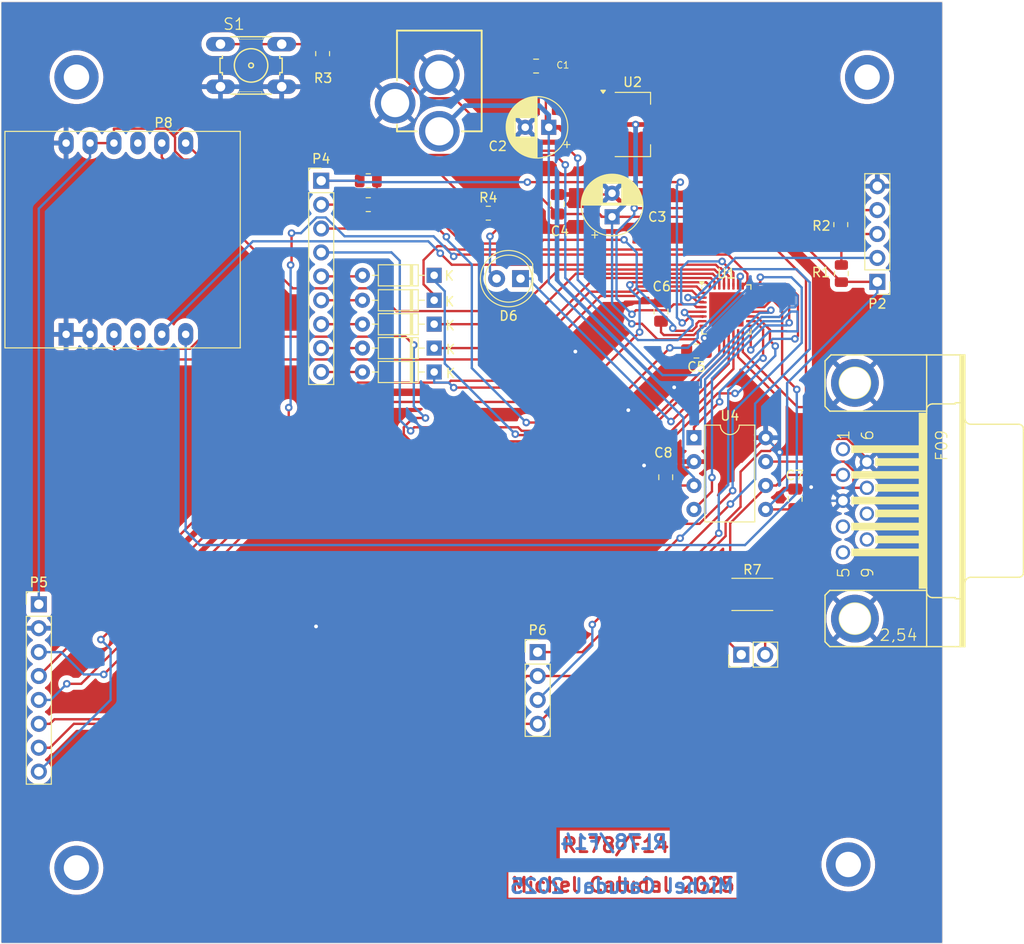
<source format=kicad_pcb>
(kicad_pcb (version 20240108) (generator "pcbnew") (generator_version "8.0")
  (title_block (date "2024-12-11"))
  (layers (0 "F.Cu" signal) (31 "B.Cu" signal) (34 "B.Paste" user) (35 "F.Paste" user) (36 "B.SilkS" user "B.Silkscreen") (37 "F.SilkS" user "F.Silkscreen") (38 "B.Mask" user) (39 "F.Mask" user) (44 "Edge.Cuts" user))
  (net 0 "")
  (net 1 "GND")
  (net 2 "+5V")
  (net 3 "Net-(U1-REGC)")
  (net 4 "+3.3V")
  (net 5 "Net-(D6-K)")
  (net 6 "Net-(D6-A)")
  (net 7 "Net-(JP1-A)")
  (net 8 "/Key3")
  (net 9 "/Key4")
  (net 10 "Net-(D2-A)")
  (net 11 "Net-(D1-K)")
  (net 12 "Net-(D1-A)")
  (net 13 "Net-(D2-K)")
  (net 14 "Net-(D3-A)")
  (net 15 "Net-(D3-K)")
  (net 16 "Net-(D4-K)")
  (net 17 "Net-(D4-A)")
  (net 18 "Net-(D5-K)")
  (net 19 "Net-(D5-A)")
  (net 20 "/Key2")
  (net 21 "Net-(P2-Pin_3)")
  (net 22 "Net-(P2-Pin_2)")
  (net 23 "Net-(P2-Pin_4)")
  (net 24 "/Key1")
  (net 25 "Net-(JP1-B)")
  (net 26 "/MOSI")
  (net 27 "/LCD_RESET")
  (net 28 "/SCK")
  (net 29 "/LCD_LED")
  (net 30 "/LCD_A0")
  (net 31 "/LCD_CS")
  (net 32 "/SD_CS")
  (net 33 "Net-(P6-MISO)")
  (net 34 "Net-(P8-INT)")
  (net 35 "Net-(P8-MISO)")
  (net 36 "Net-(P8-SLCK)")
  (net 38 "Net-(P8-CS)")
  (net 39 "Net-(P8-RESET)")
  (net 40 "Net-(P8-MOSI)")
  (net 41 "Net-(U1-P10{slash}TI13{slash}TO13{slash}TRJO0{slash}~{SCK10}{slash}SCL10{slash}CTXD0)")
  (net 44 "Net-(U1-P11{slash}TI12{slash}TO12{slash}SI10{slash}SDA10{slash}RXD1{slash}CRXD0)")
  (net 45 "Net-(U4-CANH)")
  (net 49 "Net-(S1-S)")
  (footprint "MountingHole:MountingHole_2.7mm_M2.5_DIN965_Pad" (layer "F.Cu") (at 78 73)
    (property "Reference" "H1" (hide yes))
    (property "Value" "MountingHole" (hide yes))
  )
  (footprint "MountingHole:MountingHole_2.7mm_M2.5_DIN965_Pad" (layer "F.Cu") (at 162 73)
    (property "Reference" "H2" (hide yes))
    (property "Value" "MountingHole" (hide yes))
  )
  (footprint "MountingHole:MountingHole_2.7mm_M2.5_DIN965_Pad" (layer "F.Cu") (at 78 157)
    (property "Reference" "H3" (hide yes))
    (property "Value" "MountingHole" (hide yes))
  )
  (footprint "MountingHole:MountingHole_2.7mm_M2.5_DIN965_Pad" (layer "F.Cu") (at 159.997 156.643)
    (property "Reference" "H4" (hide yes))
    (property "Value" "MountingHole" (hide yes))
  )
  (footprint "catu:POWER_JACK_PTH" (layer "F.Cu") (at 116.55 65.05 180)
    (property "Reference" "P1" (hide yes))
    (property "Value" "POWER_JACKPTH" (hide yes))
  )
  (footprint "Capacitor_SMD:C_0805_2012Metric_Pad1.18x1.45mm_HandSolder" (layer "F.Cu") (at 126.83 71.82 180)
    (property "Reference" "C1")
    (property "Value" "0.1uF")
  )
  (footprint "Diode_THT:D_DO-35_SOD27_P7.62mm_Horizontal" (layer "F.Cu") (at 116 94.05 180)
    (property "Reference" "D1" (hide yes))
    (property "Value" "1N4448" (hide yes))
  )
  (footprint "Connector_PinHeader_2.54mm:PinHeader_1x02_P2.54mm_Vertical" (layer "F.Cu") (at 148.625 134.35 90)
    (property "Reference" "JP1" (hide yes))
    (property "Value" "En term res")
  )
  (footprint "Diode_THT:D_DO-35_SOD27_P7.62mm_Horizontal" (layer "F.Cu") (at 116 104.32 180)
    (property "Reference" "D5" (hide yes))
    (property "Value" "1N4448" (hide yes))
  )
  (footprint "Resistor_SMD:R_0805_2012Metric" (layer "F.Cu") (at 159.2 88.6625 90)
    (property "Reference" "R2")
    (property "Value" "10k")
  )
  (footprint "Resistor_SMD:R_0805_2012Metric" (layer "F.Cu") (at 121.75 87.45)
    (property "Reference" "R4")
    (property "Value" "180")
  )
  (footprint "Resistor_SMD:R_0805_2012Metric_Pad1.20x1.40mm_HandSolder" (layer "F.Cu") (at 104.15 70.5 -90)
    (property "Reference" "R3")
    (property "Value" "4.7k")
  )
  (footprint "catu:SPI_to_eth" (layer "F.Cu") (at 80.95 88.78 90)
    (property "Reference" "P8")
    (property "Value" "SPI_to_eth")
  )
  (footprint "Connector_PinHeader_2.54mm:PinHeader_1x09_P2.54mm_Vertical" (layer "F.Cu") (at 104 84)
    (property "Reference" "P4")
    (property "Value" "Keypad")
  )
  (footprint "Capacitor_THT:CP_Radial_D6.3mm_P2.50mm" (layer "F.Cu") (at 134.9 87.8324 90)
    (property "Reference" "C3")
    (property "Value" "47uF")
  )
  (footprint "Capacitor_THT:CP_Radial_D6.3mm_P2.50mm" (layer "F.Cu") (at 128.175 78.325 180)
    (property "Reference" "C2")
    (property "Value" "47uF")
  )
  (footprint "Diode_THT:D_DO-35_SOD27_P7.62mm_Horizontal" (layer "F.Cu") (at 116 101.78 180)
    (property "Reference" "D4" (hide yes))
    (property "Value" "1N4448" (hide yes))
  )
  (footprint "Capacitor_SMD:C_0805_2012Metric_Pad1.18x1.45mm_HandSolder" (layer "F.Cu") (at 140.1 97.8875 90)
    (property "Reference" "C6")
    (property "Value" "0.47uF")
  )
  (footprint "Resistor_SMD:R_0805_2012Metric" (layer "F.Cu") (at 109 86.54 180)
    (property "Reference" "R6" (hide yes))
    (property "Value" "10k" (hide yes))
  )
  (footprint "Resistor_SMD:R_0805_2012Metric" (layer "F.Cu") (at 109 84 180)
    (property "Reference" "R5" (hide yes))
    (property "Value" "10k" (hide yes))
  )
  (footprint "Package_DIP:DIP-8_W7.62mm" (layer "F.Cu") (at 143.6 111.3)
    (property "Reference" "U4")
    (property "Value" "MCP2562FD")
  )
  (footprint "Diode_THT:D_DO-35_SOD27_P7.62mm_Horizontal" (layer "F.Cu") (at 116 96.7 180)
    (property "Reference" "D2" (hide yes))
    (property "Value" "1N4448" (hide yes))
  )
  (footprint "Capacitor_SMD:C_0805_2012Metric_Pad1.18x1.45mm_HandSolder" (layer "F.Cu") (at 154.35 117.8 90)
    (property "Reference" "C7")
    (property "Value" "0.1uF")
  )
  (footprint "Capacitor_SMD:C_0805_2012Metric_Pad1.18x1.45mm_HandSolder" (layer "F.Cu") (at 140.6 115.5 90)
    (property "Reference" "C8")
    (property "Value" "0.1uF")
  )
  (footprint "Package_DFN_QFN:QFN-32-1EP_5x5mm_P0.5mm_EP3.65x3.65mm" (layer "F.Cu") (at 147.0425 97.67)
    (property "Reference" "U1")
    (property "Value" "R5F10PBELNA")
  )
  (footprint "Connector_PinHeader_2.54mm:PinHeader_1x08_P2.54mm_Vertical" (layer "F.Cu") (at 74 129)
    (property "Reference" "P5")
    (property "Value" "LCD-1.8")
  )
  (footprint "Capacitor_SMD:C_0805_2012Metric_Pad1.18x1.45mm_HandSolder" (layer "F.Cu") (at 129.1 86.5 90)
    (property "Reference" "C4")
    (property "Value" "0.1uF")
  )
  (footprint "Resistor_SMD:R_0805_2012Metric" (layer "F.Cu") (at 159.26 93.8625 90)
    (property "Reference" "R1")
    (property "Value" "1k")
  )
  (footprint "Connector_PinHeader_2.54mm:PinHeader_1x05_P2.54mm_Vertical" (layer "F.Cu") (at 163.08 94.7425 180)
    (property "Reference" "P2")
    (property "Value" "E2 Lite")
  )
  (footprint "Resistor_SMD:R_2512_6332Metric_Pad1.40x3.35mm_HandSolder" (layer "F.Cu") (at 149.8 127.95)
    (property "Reference" "R7")
    (property "Value" "120")
  )
  (footprint "catu:B3F-10XX" (layer "F.Cu") (at 96.55 71.75)
    (property "Reference" "S1")
    (property "Value" "10-XX")
  )
  (footprint "Connector_PinHeader_2.54mm:PinHeader_1x04_P2.54mm_Vertical" (layer "F.Cu") (at 127 134.08)
    (property "Reference" "P6")
    (property "Value" "SD_Connector")
  )
  (footprint "Package_TO_SOT_SMD:SOT-223-3_TabPin2" (layer "F.Cu") (at 137.08 78.0275)
    (property "Reference" "U2")
    (property "Value" "AMS1117-3.3")
  )
  (footprint "Capacitor_SMD:C_0805_2012Metric_Pad1.18x1.45mm_HandSolder" (layer "F.Cu") (at 143.8625 102.1 180)
    (property "Reference" "C5")
    (property "Value" "0.1uF")
  )
  (footprint "LED_THT:LED_D5.0mm" (layer "F.Cu") (at 125.175 94.4 180)
    (property "Reference" "D6")
    (property "Value" "LED")
  )
  (footprint "catu:F09HP" (layer "F.Cu") (at 160.7 118 -90)
    (property "Reference" "P3" (hide yes))
    (property "Value" "F09HP" (hide yes))
  )
  (footprint "Diode_THT:D_DO-35_SOD27_P7.62mm_Horizontal" (layer "F.Cu") (at 116 99.24 180)
    (property "Reference" "D3" (hide yes))
    (property "Value" "1N4448" (hide yes))
  )
  (gr_line (start 70 65) (end 70 165) (stroke (width 0.05)) (layer "Edge.Cuts"))
  (gr_line (start 170 65) (end 170 165) (stroke (width 0.05)) (layer "Edge.Cuts"))
  (gr_line (start 70 65) (end 170 65) (stroke (width 0.05)) (layer "Edge.Cuts"))
  (gr_line (start 170 165) (end 70 165) (stroke (width 0.05)) (layer "Edge.Cuts"))
  (gr_text "RL78/F14" (at 135.3 154.6 0) (layer "F.Cu") (effects (font (size 1.5 1.5) (thickness 0.3))))
  (gr_text "Michel Catudal 2025" (at 136.05 158.825 0) (layer "F.Cu") (effects (font (size 1.5 1.5) (thickness 0.3))))
  (gr_text "Michel Catudal 2025\n" (at 135.95 158.95 0) (layer "B.Cu") (effects (font (size 1.5 1.5) (thickness 0.3)) (justify mirror)))
  (gr_text "RL78/F14" (at 135.075 154.275 0) (layer "B.Cu") (effects (font (size 1.5 1.5) (thickness 0.3)) (justify mirror)))
  (segment (start 126.8425 70.77) (end 133.02 70.77) (width 0.25) (layer "F.Cu") (net 1))
  (segment (start 141.5 103.425) (end 142.825 102.1) (width 0.25) (layer "F.Cu") (net 1))
  (segment (start 148.68 113.84) (end 151.22 111.3) (width 0.25) (layer "F.Cu") (net 1))
  (segment (start 136.625 108.375) (end 136.6 108.4) (width 0.25) (layer "F.Cu") (net 1))
  (segment (start 141.5 105.95) (end 139.05 105.95) (width 0.25) (layer "F.Cu") (net 1))
  (segment (start 129.1 85.4625) (end 134.7699 85.4625) (width 0.25) (layer "F.Cu") (net 1))
  (segment (start 144.725357 100.712143) (end 145.2925 100.145) (width 0.25) (layer "F.Cu") (net 1))
  (segment (start 152.7 112.85) (end 154.1234 111.4266) (width 0.25) (layer "F.Cu") (net 1))
  (segment (start 138.3 114.25) (end 140.3875 114.25) (width 0.25) (layer "F.Cu") (net 1))
  (segment (start 140.3875 114.25) (end 140.6 114.4625) (width 0.25) (layer "F.Cu") (net 1))
  (segment (start 133.02 70.77) (end 133.93 71.68) (width 0.25) (layer "F.Cu") (net 1))
  (segment (start 154.35 116.7625) (end 155.8375 116.7625) (width 0.25) (layer "F.Cu") (net 1))
  (segment (start 154.1234 111.4266) (end 159.880251 111.4266) (width 0.25) (layer "F.Cu") (net 1))
  (segment (start 155.8375 116.7625) (end 156.05 116.55) (width 0.25) (layer "F.Cu") (net 1))
  (segment (start 159.880251 111.4266) (end 161.97 113.516349) (width 0.25) (layer "F.Cu") (net 1))
  (segment (start 136.3 96.85) (end 131 102.15) (width 0.25) (layer "F.Cu") (net 1))
  (segment (start 161.97 113.516349) (end 161.97 113.8852) (width 0.25) (layer "F.Cu") (net 1))
  (segment (start 134.7699 85.4625) (end 134.9 85.3324) (width 0.25) (layer "F.Cu") (net 1))
  (segment (start 140.6 114.4625) (end 142.9775 114.4625) (width 0.25) (layer "F.Cu") (net 1))
  (segment (start 140.1 96.85) (end 136.3 96.85) (width 0.25) (layer "F.Cu") (net 1))
  (segment (start 141.5 105.95) (end 141.5 103.425) (width 0.25) (layer "F.Cu") (net 1))
  (segment (start 144.725357 100.718038) (end 144.725357 100.712143) (width 0.25) (layer "F.Cu") (net 1))
  (segment (start 133.93 71.68) (end 133.93 75.7275) (width 0.25) (layer "F.Cu") (net 1))
  (segment (start 143.6 113.84) (end 148.68 113.84) (width 0.25) (layer "F.Cu") (net 1))
  (segment (start 125.7925 71.82) (end 126.8425 70.77) (width 0.25) (layer "F.Cu") (net 1))
  (segment (start 142.9775 114.4625) (end 143.6 113.84) (width 0.25) (layer "F.Cu") (net 1))
  (segment (start 139.05 105.95) (end 136.625 108.375) (width 0.25) (layer "F.Cu") (net 1))
  (via (at 144.725357 100.718038) (size 0.8) (drill 0.4) (layers "F.Cu" "B.Cu") (net 1))
  (via (at 136.625 108.375) (size 0.8) (drill 0.4) (layers "F.Cu" "B.Cu") (net 1))
  (via (at 156.05 116.55) (size 0.8) (drill 0.4) (layers "F.Cu" "B.Cu") (net 1))
  (via (at 141.5 105.95) (size 0.8) (drill 0.4) (layers "F.Cu" "B.Cu") (net 1))
  (via (at 138.3 114.25) (size 0.8) (drill 0.4) (layers "F.Cu" "B.Cu") (net 1))
  (via (at 152.7 112.85) (size 0.8) (drill 0.4) (layers "F.Cu" "B.Cu") (net 1))
  (via (at 103.45 131.35) (size 0.8) (drill 0.4) (layers "F.Cu" "B.Cu") (net 1))
  (via (at 131 102.15) (size 0.8) (drill 0.4) (layers "F.Cu" "B.Cu") (net 1))
  (segment (start 153.3 94.95) (end 154.6 96.249999) (width 0.25) (layer "B.Cu") (net 1))
  (segment (start 144.3358 104.918308) (end 144.3358 105.95) (width 0.25) (layer "B.Cu") (net 1))
  (segment (start 154.300001 97.45) (end 153.698387 97.45) (width 0.25) (layer "B.Cu") (net 1))
  (segment (start 154.6 96.249999) (end 154.6 97.150001) (width 0.25) (layer "B.Cu") (net 1))
  (segment (start 131 102.75) (end 136.625 108.375) (width 0.25) (layer "B.Cu") (net 1))
  (segment (start 144.725357 100.024643) (end 149.8 94.95) (width 0.25) (layer "B.Cu") (net 1))
  (segment (start 136.625 112.575) (end 138.3 114.25) (width 0.25) (layer "B.Cu") (net 1))
  (segment (start 144.725357 100.718038) (end 144.725357 100.024643) (width 0.25) (layer "B.Cu") (net 1))
  (segment (start 136.625 108.375) (end 136.625 112.575) (width 0.25) (layer "B.Cu") (net 1))
  (segment (start 150.324695 94.95) (end 150.349695 94.975) (width 0.25) (layer "B.Cu") (net 1))
  (segment (start 156.05 116.55) (end 157.5 118) (width 0.25) (layer "B.Cu") (net 1))
  (segment (start 131 102.15) (end 131 102.75) (width 0.25) (layer "B.Cu") (net 1))
  (segment (start 153.698387 97.45) (end 152.672287 98.4761) (width 0.25) (layer "B.Cu") (net 1))
  (segment (start 152.672287 98.4761) (end 150.778008 98.4761) (width 0.25) (layer "B.Cu") (net 1))
  (segment (start 150.349695 94.975) (end 150.950305 94.975) (width 0.25) (layer "B.Cu") (net 1))
  (segment (start 150.950305 94.975) (end 150.975305 94.95) (width 0.25) (layer "B.Cu") (net 1))
  (segment (start 157.5 118) (end 159.43 118) (width 0.25) (layer "B.Cu") (net 1))
  (segment (start 154.6 97.150001) (end 154.300001 97.45) (width 0.25) (layer "B.Cu") (net 1))
  (segment (start 152.7 112.78) (end 152.7 112.85) (width 0.25) (layer "B.Cu") (net 1))
  (segment (start 144.3358 105.95) (end 141.5 105.95) (width 0.25) (layer "B.Cu") (net 1))
  (segment (start 151.22 111.3) (end 152.7 112.78) (width 0.25) (layer "B.Cu") (net 1))
  (segment (start 150.778008 98.4761) (end 144.3358 104.918308) (width 0.25) (layer "B.Cu") (net 1))
  (segment (start 150.975305 94.95) (end 153.3 94.95) (width 0.25) (layer "B.Cu") (net 1))
  (segment (start 149.8 94.95) (end 150.324695 94.95) (width 0.25) (layer "B.Cu") (net 1))
  (segment (start 128.175 78.325) (end 128.7384 78.325) (width 0.25) (layer "F.Cu") (net 2))
  (segment (start 140.7575 116.38) (end 140.6 116.5375) (width 0.25) (layer "F.Cu") (net 2))
  (segment (start 131.3042 80.3275) (end 129.3017 78.325) (width 0.5) (layer "F.Cu") (net 2))
  (segment (start 127.8675 77.4541) (end 127.8675 71.82) (width 0.25) (layer "F.Cu") (net 2))
  (segment (start 128.7384 78.325) (end 129.3017 78.325) (width 0.5) (layer "F.Cu") (net 2))
  (segment (start 143.6 116.38) (end 140.7575 116.38) (width 0.25) (layer "F.Cu") (net 2))
  (segment (start 133.93 80.3275) (end 131.3042 80.3275) (width 0.5) (layer "F.Cu") (net 2))
  (segment (start 128.7384 78.325) (end 127.8675 77.4541) (width 0.25) (layer "F.Cu") (net 2))
  (segment (start 142.4733 114.4084) (end 143.6 115.5351) (width 0.25) (layer "B.Cu") (net 2))
  (segment (start 128.175 77.025) (end 127.175 76.025) (width 0.5) (layer "B.Cu") (net 2))
  (segment (start 142.4733 109.1643) (end 142.4733 114.4084) (width 0.25) (layer "B.Cu") (net 2))
  (segment (start 128.175 78.325) (end 128.175 94.866) (width 0.25) (layer "B.Cu") (net 2))
  (segment (start 128.175 78.325) (end 128.175 77.025) (width 0.5) (layer "B.Cu") (net 2))
  (segment (start 127.175 76.025) (end 119.275 76.025) (width 0.5) (layer "B.Cu") (net 2))
  (segment (start 143.6 115.5351) (end 143.6 116.38) (width 0.25) (layer "B.Cu") (net 2))
  (segment (start 119.275 76.025) (end 116.55 78.75) (width 0.5) (layer "B.Cu") (net 2))
  (segment (start 128.175 94.866) (end 142.4733 109.1643) (width 0.25) (layer "B.Cu") (net 2))
  (segment (start 140.3954 100.3954) (end 143.5921 100.3954) (width 0.25) (layer "F.Cu") (net 3))
  (segment (start 140.1 98.925) (end 140.1 100.1) (width 0.25) (layer "F.Cu") (net 3))
  (segment (start 140.1 100.1) (end 140.3954 100.3954) (width 0.25) (layer "F.Cu") (net 3))
  (segment (start 143.5921 100.3954) (end 144.5675 99.42) (width 0.25) (layer "F.Cu") (net 3))
  (segment (start 145.7925 100.145) (end 145.7925 100.6762) (width 0.25) (layer "F.Cu") (net 4))
  (segment (start 88.4733 80.8668) (end 89.3579 81.7514) (width 0.25) (layer "F.Cu") (net 4))
  (segment (start 91.9174 75.6752) (end 88.3476 79.245) (width 0.25) (layer "F.Cu") (net 4))
  (segment (start 151.22 118.92) (end 154.2675 118.92) (width 0.25) (layer "F.Cu") (net 4))
  (segment (start 81.98 80) (end 81.98 78.4733) (width 0.25) (layer "F.Cu") (net 4))
  (segment (start 115.1389 81.7514) (end 120.8375 87.45) (width 0.25) (layer "F.Cu") (net 4))
  (segment (start 144.9 102.0066) (end 144.9 102.1) (width 0.25) (layer "F.Cu") (net 4))
  (segment (start 139.7157 100.8454) (end 143.7388 100.8454) (width 0.25) (layer "F.Cu") (net 4))
  (segment (start 88.3476 79.245) (end 88.4733 79.3708) (width 0.25) (layer "F.Cu") (net 4))
  (segment (start 94.303 75.6752) (end 91.9174 75.6752) (width 0.25) (layer "F.Cu") (net 4))
  (segment (start 135.3416 78.0275) (end 133.93 78.0275) (width 0.5) (layer "F.Cu") (net 4))
  (segment (start 140.23 78.0275) (end 137.4 78.0275) (width 0.5) (layer "F.Cu") (net 4))
  (segment (start 89.3579 81.7514) (end 109.7 81.7514) (width 0.25) (layer "F.Cu") (net 4))
  (segment (start 81.98 78.4733) (end 87.5758 78.4733) (width 0.25) (layer "F.Cu") (net 4))
  (segment (start 120.8375 87.0927) (end 120.8375 87.45) (width 0.25) (layer "F.Cu") (net 4))
  (segment (start 87.5758 78.4733) (end 88.3476 79.245) (width 0.25) (layer "F.Cu") (net 4))
  (segment (start 137 99.2) (end 138.0703 99.2) (width 0.25) (layer "F.Cu") (net 4))
  (segment (start 79.44 80) (end 81.98 80) (width 0.25) (layer "F.Cu") (net 4))
  (segment (start 127.4761 85.9136) (end 122.0166 85.9136) (width 0.25) (layer "F.Cu") (net 4))
  (segment (start 134.9 87.8324) (end 133.7733 87.8324) (width 0.25) (layer "F.Cu") (net 4))
  (segment (start 129.1 87.5375) (end 127.4761 85.9136) (width 0.25) (layer "F.Cu") (net 4))
  (segment (start 134.9 87.8324) (end 136.0267 87.8324) (width 0.25) (layer "F.Cu") (net 4))
  (segment (start 109.9125 86.54) (end 109.9125 84) (width 0.25) (layer "F.Cu") (net 4))
  (segment (start 136.0267 87.8324) (end 152.3174 87.8324) (width 0.25) (layer "F.Cu") (net 4))
  (segment (start 109.9125 81.9639) (end 109.7 81.7514) (width 0.25) (layer "F.Cu") (net 4))
  (segment (start 122.0166 85.9136) (end 120.8375 87.0927) (width 0.25) (layer "F.Cu") (net 4))
  (segment (start 144.6811 101.7876) (end 144.9 102.0066) (width 0.25) (layer "F.Cu") (net 4))
  (segment (start 104.15 71.5) (end 98.4782 71.5) (width 0.25) (layer "F.Cu") (net 4))
  (segment (start 98.4782 71.5) (end 94.303 75.6752) (width 0.25) (layer "F.Cu") (net 4))
  (segment (start 109.9125 84) (end 109.9125 81.9639) (width 0.25) (layer "F.Cu") (net 4))
  (segment (start 154.2675 118.92) (end 154.35 118.8375) (width 0.25) (layer "F.Cu") (net 4))
  (segment (start 88.4733 79.3708) (end 88.4733 80.8668) (width 0.25) (layer "F.Cu") (net 4))
  (segment (start 133.7733 87.7468) (end 133.564 87.5375) (width 0.25) (layer "F.Cu") (net 4))
  (segment (start 129.1 87.5375) (end 133.564 87.5375) (width 0.25) (layer "F.Cu") (net 4))
  (segment (start 138.0703 99.2) (end 139.7157 100.8454) (width 0.25) (layer "F.Cu") (net 4))
  (segment (start 152.3174 87.8324) (end 159.26 94.775) (width 0.25) (layer "F.Cu") (net 4))
  (segment (start 163.08 94.7425) (end 159.2925 94.7425) (width 0.25) (layer "F.Cu") (net 4))
  (segment (start 137.4 78.0275) (end 135.3416 78.0275) (width 0.5) (layer "F.Cu") (net 4))
  (segment (start 133.7733 87.8324) (end 133.7733 87.7468) (width 0.25) (layer "F.Cu") (net 4))
  (segment (start 109.7 81.7514) (end 115.1389 81.7514) (width 0.25) (layer "F.Cu") (net 4))
  (segment (start 145.7925 100.6762) (end 144.6811 101.7876) (width 0.25) (layer "F.Cu") (net 4))
  (segment (start 143.7388 100.8454) (end 144.6811 101.7876) (width 0.25) (layer "F.Cu") (net 4))
  (segment (start 159.2925 94.7425) (end 159.26 94.775) (width 0.25) (layer "F.Cu") (net 4))
  (via (at 137.4 78.0275) (size 0.8) (drill 0.4) (layers "F.Cu" "B.Cu") (net 4))
  (via (at 137 99.2) (size 0.8) (drill 0.4) (layers "F.Cu" "B.Cu") (net 4))
  (segment (start 153.4967 116.6433) (end 153.4967 105.5025) (width 0.25) (layer "B.Cu") (net 4))
  (segment (start 163.08 94.7425) (end 163.08 95.9192) (width 0.25) (layer "B.Cu") (net 4))
  (segment (start 137.4 85.3324) (end 137.4 78.0275) (width 0.5) (layer "B.Cu") (net 4))
  (segment (start 137 99.2) (end 134.9 97.1) (width 0.25) (layer "B.Cu") (net 4))
  (segment (start 79.44 80) (end 79.44 81.5267) (width 0.25) (layer "B.Cu") (net 4))
  (segment (start 74 129) (end 74 86.9667) (width 0.25) (layer "B.Cu") (net 4))
  (segment (start 151.22 118.92) (end 153.4967 116.6433) (width 0.25) (layer "B.Cu") (net 4))
  (segment (start 74 86.9667) (end 79.44 81.5267) (width 0.25) (layer "B.Cu") (net 4))
  (segment (start 153.4967 105.5025) (end 163.08 95.9192) (width 0.25) (layer "B.Cu") (net 4))
  (segment (start 134.9 97.1) (end 134.9 87.8324) (width 0.25) (layer "B.Cu") (net 4))
  (segment (start 134.9 87.8324) (end 137.4 85.3324) (width 0.5) (layer "B.Cu") (net 4))
  (segment (start 147.2925 103.4483) (end 141.1571 109.5837) (width 0.25) (layer "F.Cu") (net 5))
  (segment (start 147.2925 100.145) (end 147.2925 103.4483) (width 0.25) (layer "F.Cu") (net 5))
  (via (at 141.1571 109.5837) (size 0.8) (drill 0.4) (layers "F.Cu" "B.Cu") (net 5))
  (segment (start 126.4017 94.4) (end 126.4017 94.8283) (width 0.25) (layer "B.Cu") (net 5))
  (segment (start 126.4017 94.8283) (end 141.1571 109.5837) (width 0.25) (layer "B.Cu") (net 5))
  (segment (start 125.175 94.4) (end 126.4017 94.4) (width 0.25) (layer "B.Cu") (net 5))
  (segment (start 122.6625 89.1719) (end 122.6625 87.45) (width 0.25) (layer "F.Cu") (net 6))
  (segment (start 121.9277 89.9067) (end 122.6625 89.1719) (width 0.25) (layer "F.Cu") (net 6))
  (via (at 121.9277 89.9067) (size 0.8) (drill 0.4) (layers "F.Cu" "B.Cu") (net 6))
  (segment (start 122.635 94.4) (end 121.9277 93.6927) (width 0.25) (layer "B.Cu") (net 6))
  (segment (start 121.9277 93.6927) (end 121.9277 89.9067) (width 0.25) (layer "B.Cu") (net 6))
  (segment (start 153.4699 115.2568) (end 159.43 115.2568) (width 0.25) (layer "F.Cu") (net 7))
  (segment (start 151.22 116.38) (end 151.22 116.616396) (width 0.25) (layer "F.Cu") (net 7))
  (segment (start 145.55 131.275) (end 148.625 134.35) (width 0.25) (layer "F.Cu") (net 7))
  (segment (start 151.22 116.38) (end 152.3467 116.38) (width 0.25) (layer "F.Cu") (net 7))
  (segment (start 145.55 126.4549) (end 145.55 131.275) (width 0.25) (layer "F.Cu") (net 7))
  (segment (start 152.3467 116.38) (end 153.4699 115.2568) (width 0.25) (layer "F.Cu") (net 7))
  (segment (start 147.45 120.386396) (end 147.45 124.5549) (width 0.25) (layer "F.Cu") (net 7))
  (segment (start 147.45 124.5549) (end 145.55 126.4549) (width 0.25) (layer "F.Cu") (net 7))
  (segment (start 151.22 116.616396) (end 147.45 120.386396) (width 0.25) (layer "F.Cu") (net 7))
  (segment (start 117.3 89.95) (end 116.43 89.08) (width 0.25) (layer "F.Cu") (net 8))
  (segment (start 116.43 89.08) (end 104 89.08) (width 0.25) (layer "F.Cu") (net 8))
  (segment (start 138.9594 109.6894) (end 125.7816 109.6894) (width 0.25) (layer "F.Cu") (net 8))
  (segment (start 146.2925 102.3563) (end 138.9594 109.6894) (width 0.25) (layer "F.Cu") (net 8))
  (segment (start 146.2925 100.145) (end 146.2925 102.3563) (width 0.25) (layer "F.Cu") (net 8))
  (via (at 125.7816 109.6894) (size 0.8) (drill 0.4) (layers "F.Cu" "B.Cu") (net 8))
  (via (at 117.3 89.95) (size 0.8) (drill 0.4) (layers "F.Cu" "B.Cu") (net 8))
  (segment (start 117.3 90.2038) (end 120.0014 92.9052) (width 0.25) (layer "B.Cu") (net 8))
  (segment (start 120.0014 103.9092) (end 125.7816 109.6894) (width 0.25) (layer "B.Cu") (net 8))
  (segment (start 120.0014 92.9052) (end 120.0014 103.9092) (width 0.25) (layer "B.Cu") (net 8))
  (segment (start 117.3 89.95) (end 117.3 90.2038) (width 0.25) (layer "B.Cu") (net 8))
  (segment (start 124.9191 110.1945) (end 125.2952 110.5706) (width 0.25) (layer "F.Cu") (net 9))
  (segment (start 125.2952 110.5706) (end 138.7386 110.5706) (width 0.25) (layer "F.Cu") (net 9))
  (segment (start 113.8767 110.1945) (end 124.9191 110.1945) (width 0.25) (layer "F.Cu") (net 9))
  (segment (start 113.4991 110.5721) (end 113.8767 110.1945) (width 0.25) (layer "F.Cu") (net 9))
  (segment (start 138.7386 110.5706) (end 146.7925 102.5167) (width 0.25) (layer "F.Cu") (net 9))
  (segment (start 146.7925 102.5167) (end 146.7925 100.145) (width 0.25) (layer "F.Cu") (net 9))
  (via (at 113.4991 110.5721) (size 0.8) (drill 0.4) (layers "F.Cu" "B.Cu") (net 9))
  (segment (start 112.3484 92.4984) (end 112.3484 109.4214) (width 0.25) (layer "B.Cu") (net 9))
  (segment (start 104 91.62) (end 111.43 91.62) (width 0.25) (layer "B.Cu") (net 9))
  (segment (start 112.3484 109.4214) (end 113.4991 110.5721) (width 0.25) (layer "B.Cu") (net 9))
  (segment (start 111.45 91.6) (end 112.3484 92.4984) (width 0.25) (layer "B.Cu") (net 9))
  (segment (start 111.43 91.62) (end 111.45 91.6) (width 0.25) (layer "B.Cu") (net 9))
  (segment (start 104 96.7) (end 108.38 96.7) (width 0.25) (layer "F.Cu") (net 10))
  (segment (start 124.7192 111.0223) (end 124.6181 110.9212) (width 0.25) (layer "F.Cu") (net 11))
  (segment (start 140.767 111.0223) (end 124.7192 111.0223) (width 0.25) (layer "F.Cu") (net 11))
  (segment (start 147.7925 103.9968) (end 140.767 111.0223) (width 0.25) (layer "F.Cu") (net 11))
  (segment (start 147.7925 100.145) (end 147.7925 103.9968) (width 0.25) (layer "F.Cu") (net 11))
  (via (at 124.6181 110.9212) (size 0.8) (drill 0.4) (layers "F.Cu" "B.Cu") (net 11))
  (segment (start 117.1267 95.74) (end 116 94.6133) (width 0.25) (layer "B.Cu") (net 11))
  (segment (start 124.6181 110.9212) (end 117.1267 103.4298) (width 0.25) (layer "B.Cu") (net 11))
  (segment (start 117.1267 103.4298) (end 117.1267 95.74) (width 0.25) (layer "B.Cu") (net 11))
  (segment (start 116 94.6133) (end 116 94.05) (width 0.25) (layer "B.Cu") (net 11))
  (segment (start 104 94.16) (end 108.34 94.16) (width 0.25) (layer "F.Cu") (net 12))
  (segment (start 148.7925 100.145) (end 148.7925 102.1992) (width 0.25) (layer "F.Cu") (net 13))
  (segment (start 155.25 108.05) (end 155.45 107.85) (width 0.25) (layer "F.Cu") (net 13))
  (segment (start 148.7925 102.1992) (end 151.64665 105.05335) (width 0.25) (layer "F.Cu") (net 13))
  (segment (start 155.45 107.85) (end 155.45 107.65) (width 0.25) (layer "F.Cu") (net 13))
  (segment (start 116 96.1367) (end 116 96.7) (width 0.25) (layer "F.Cu") (net 13))
  (segment (start 155.5 94.45) (end 152.3615 91.3115) (width 0.25) (layer "F.Cu") (net 13))
  (segment (start 117.4583 91.3115) (end 117.0946 90.9478) (width 0.25) (layer "F.Cu") (net 13))
  (segment (start 114.8733 92.4339) (end 114.8733 95.01) (width 0.25) (layer "F.Cu") (net 13))
  (segment (start 154.6 108.05) (end 155.25 108.05) (width 0.25) (layer "F.Cu") (net 13))
  (segment (start 114.8733 95.01) (end 116 96.1367) (width 0.25) (layer "F.Cu") (net 13))
  (segment (start 152.3615 91.3115) (end 117.4583 91.3115) (width 0.25) (layer "F.Cu") (net 13))
  (segment (start 151.64665 105.05335) (end 151.64665 105.09665) (width 0.25) (layer "F.Cu") (net 13))
  (segment (start 116.3594 90.9478) (end 114.8733 92.4339) (width 0.25) (layer "F.Cu") (net 13))
  (segment (start 117.0946 90.9478) (end 116.3594 90.9478) (width 0.25) (layer "F.Cu") (net 13))
  (segment (start 151.64665 105.09665) (end 154.6 108.05) (width 0.25) (layer "F.Cu") (net 13))
  (segment (start 155.45 107.65) (end 155.5 107.6) (width 0.25) (layer "F.Cu") (net 13))
  (segment (start 155.5 107.6) (end 155.5 94.45) (width 0.25) (layer "F.Cu") (net 13))
  (segment (start 104 99.24) (end 108.38 99.24) (width 0.25) (layer "F.Cu") (net 14))
  (segment (start 146.2925 94.5813) (end 145.5977 93.8865) (width 0.25) (layer "F.Cu") (net 15))
  (segment (start 116 99.24) (end 117.1267 99.24) (width 0.25) (layer "F.Cu") (net 15))
  (segment (start 146.2925 95.195) (end 146.2925 94.5813) (width 0.25) (layer "F.Cu") (net 15))
  (segment (start 131.0382 93.8865) (end 125.6847 99.24) (width 0.25) (layer "F.Cu") (net 15))
  (segment (start 145.5977 93.8865) (end 131.0382 93.8865) (width 0.25) (layer "F.Cu") (net 15))
  (segment (start 125.6847 99.24) (end 117.1267 99.24) (width 0.25) (layer "F.Cu") (net 15))
  (segment (start 145.7925 94.739) (end 145.7925 95.195) (width 0.25) (layer "F.Cu") (net 16))
  (segment (start 116 101.78) (end 117.1267 101.78) (width 0.25) (layer "F.Cu") (net 16))
  (segment (start 145.3917 94.3382) (end 145.7925 94.739) (width 0.25) (layer "F.Cu") (net 16))
  (segment (start 117.1267 101.78) (end 125.5803 101.78) (width 0.25) (layer "F.Cu") (net 16))
  (segment (start 125.5803 101.78) (end 133.0221 94.3382) (width 0.25) (layer "F.Cu") (net 16))
  (segment (start 133.0221 94.3382) (end 145.3917 94.3382) (width 0.25) (layer "F.Cu") (net 16))
  (segment (start 108.38 101.78) (end 107.2533 101.78) (width 0.25) (layer "F.Cu") (net 17))
  (segment (start 107.2533 101.78) (end 104 101.78) (width 0.25) (layer "F.Cu") (net 17))
  (segment (start 137.0703 94.7882) (end 136.7936 95.0649) (width 0.25) (layer "F.Cu") (net 18))
  (segment (start 131.9309 105.9783) (end 118.0738 105.9783) (width 0.25) (layer "F.Cu") (net 18))
  (segment (start 137.8275 100.0817) (end 131.9309 105.9783) (width 0.25) (layer "F.Cu") (net 18))
  (segment (start 144.8857 94.7882) (end 137.0703 94.7882) (width 0.25) (layer "F.Cu") (net 18))
  (segment (start 145.2925 95.195) (end 144.8857 94.7882) (width 0.25) (layer "F.Cu") (net 18))
  (via (at 137.8275 100.0817) (size 0.8) (drill 0.4) (layers "F.Cu" "B.Cu") (net 18))
  (via (at 136.7936 95.0649) (size 0.8) (drill 0.4) (layers "F.Cu" "B.Cu") (net 18))
  (via (at 118.0738 105.9783) (size 0.8) (drill 0.4) (layers "F.Cu" "B.Cu") (net 18))
  (segment (start 136.7936 95.5278) (end 137.8275 96.5617) (width 0.25) (layer "B.Cu") (net 18))
  (segment (start 117.5422 105.4467) (end 118.0738 105.9783) (width 0.25) (layer "B.Cu") (net 18))
  (segment (start 116 105.4467) (end 117.5422 105.4467) (width 0.25) (layer "B.Cu") (net 18))
  (segment (start 136.7936 95.0649) (end 136.7936 95.5278) (width 0.25) (layer "B.Cu") (net 18))
  (segment (start 116 104.32) (end 116 105.4467) (width 0.25) (layer "B.Cu") (net 18))
  (segment (start 137.8275 96.5617) (end 137.8275 100.0817) (width 0.25) (layer "B.Cu") (net 18))
  (segment (start 104 104.32) (end 108.38 104.32) (width 0.25) (layer "F.Cu") (net 19))
  (segment (start 143.8675 99.483604) (end 143.8675 99.19526) (width 0.25) (layer "F.Cu") (net 20))
  (segment (start 108.0875 86.54) (end 104 86.54) (width 0.25) (layer "F.Cu") (net 20))
  (segment (start 143.8675 99.19526) (end 144.14276 98.92) (width 0.25) (layer "F.Cu") (net 20))
  (segment (start 141.35 99.6704) (end 141.625 99.9454) (width 0.25) (layer "F.Cu") (net 20))
  (segment (start 116.475305 88.1) (end 108.2 88.1) (width 0.25) (layer "F.Cu") (net 20))
  (segment (start 119.050305 90.675) (end 116.475305 88.1) (width 0.25) (layer "F.Cu") (net 20))
  (segment (start 108.2 88.1) (end 108.2 88.05) (width 0.25) (layer "F.Cu") (net 20))
  (segment (start 127.6054 90.2777) (end 136.173 90.2777) (width 0.25) (layer "F.Cu") (net 20))
  (segment (start 127.2081 90.675) (end 119.050305 90.675) (width 0.25) (layer "F.Cu") (net 20))
  (segment (start 108.0875 87.9375) (end 108.0875 86.54) (width 0.25) (layer "F.Cu") (net 20))
  (segment (start 108.2 88.05) (end 108.0875 87.9375) (width 0.25) (layer "F.Cu") (net 20))
  (segment (start 144.14276 98.92) (end 144.5675 98.92) (width 0.25) (layer "F.Cu") (net 20))
  (segment (start 143.405704 99.9454) (end 143.8675 99.483604) (width 0.25) (layer "F.Cu") (net 20))
  (segment (start 127.6054 90.2777) (end 127.2081 90.675) (width 0.25) (layer "F.Cu") (net 20))
  (segment (start 141.625 99.9454) (end 143.405704 99.9454) (width 0.25) (layer "F.Cu") (net 20))
  (via (at 136.173 90.2777) (size 0.8) (drill 0.4) (layers "F.Cu" "B.Cu") (net 20))
  (via (at 141.35 99.6704) (size 0.8) (drill 0.4) (layers "F.Cu" "B.Cu") (net 20))
  (segment (start 141.35 99.6704) (end 141.4888 99.5316) (width 0.25) (layer "B.Cu") (net 20))
  (segment (start 141.4888 99.3987) (end 137.5203 95.4302) (width 0.25) (layer "B.Cu") (net 20))
  (segment (start 141.4888 99.5316) (end 141.4888 99.3987) (width 0.25) (layer "B.Cu") (net 20))
  (segment (start 137.5203 91.625) (end 136.173 90.2777) (width 0.25) (layer "B.Cu") (net 20))
  (segment (start 137.5203 95.4302) (end 137.5203 91.625) (width 0.25) (layer "B.Cu") (net 20))
  (segment (start 159.2875 89.6625) (end 159.2 89.575) (width 0.25) (layer "F.Cu") (net 21))
  (segment (start 159.26 92.95) (end 159.26 89.69) (width 0.25) (layer "F.Cu") (net 21))
  (segment (start 159.26 89.69) (end 159.2875 89.6625) (width 0.25) (layer "F.Cu") (net 21))
  (segment (start 163.08 89.6625) (end 159.2875 89.6625) (width 0.25) (layer "F.Cu") (net 21))
  (segment (start 143.955204 96.87) (end 144.5675 96.87) (width 0.25) (layer "F.Cu") (net 22))
  (segment (start 142.9634 96.4132) (end 143.498404 96.4132) (width 0.25) (layer "F.Cu") (net 22))
  (segment (start 144.5675 96.87) (end 144.5675 96.92) (width 0.25) (layer "F.Cu") (net 22))
  (segment (start 143.498404 96.4132) (end 143.955204 96.87) (width 0.25) (layer "F.Cu") (net 22))
  (via (at 142.9634 96.4132) (size 0.8) (drill 0.4) (layers "F.Cu" "B.Cu") (net 22))
  (segment (start 142.9634 96.4132) (end 143.7863 96.4132) (width 0.25) (layer "B.Cu") (net 22))
  (segment (start 147.997 92.2025) (end 163.08 92.2025) (width 0.25) (layer "B.Cu") (net 22))
  (segment (start 143.7863 96.4132) (end 147.997 92.2025) (width 0.25) (layer "B.Cu") (net 22))
  (segment (start 143.868808 97.42) (end 144.5675 97.42) (width 0.25) (layer "F.Cu") (net 23))
  (segment (start 163.08 87.1225) (end 159.8275 87.1225) (width 0.25) (layer "F.Cu") (net 23))
  (segment (start 140.8201 97.7625) (end 141.4444 97.1382) (width 0.25) (layer "F.Cu") (net 23))
  (segment (start 141.4444 97.1382) (end 143.587008 97.1382) (width 0.25) (layer "F.Cu") (net 23))
  (segment (start 159.2 87.75) (end 158.3645 86.9145) (width 0.25) (layer "F.Cu") (net 23))
  (segment (start 137.437497 97.7625) (end 140.8201 97.7625) (width 0.25) (layer "F.Cu") (net 23))
  (segment (start 158.3645 86.9145) (end 137.2562 86.9145) (width 0.25) (layer "F.Cu") (net 23))
  (segment (start 159.8275 87.1225) (end 159.2 87.75) (width 0.25) (layer "F.Cu") (net 23))
  (segment (start 143.587008 97.1382) (end 143.868808 97.42) (width 0.25) (layer "F.Cu") (net 23))
  (segment (start 137.012652 98.187345) (end 137.437497 97.7625) (width 0.25) (layer "F.Cu") (net 23))
  (via (at 137.012652 98.187345) (size 0.8) (drill 0.4) (layers "F.Cu" "B.Cu") (net 23))
  (via (at 137.2562 86.9145) (size 0.8) (drill 0.4) (layers "F.Cu" "B.Cu") (net 23))
  (segment (start 135.3763 96.550993) (end 135.3763 89.4712) (width 0.25) (layer "B.Cu") (net 23))
  (segment (start 137.2562 87.5913) (end 137.2562 86.9145) (width 0.25) (layer "B.Cu") (net 23))
  (segment (start 135.3763 89.4712) (end 137.2562 87.5913) (width 0.25) (layer "B.Cu") (net 23))
  (segment (start 137.012652 98.187345) (end 135.3763 96.550993) (width 0.25) (layer "B.Cu") (net 23))
  (segment (start 142.35 99.1) (end 142.525305 99.1) (width 0.25) (layer "F.Cu") (net 24))
  (segment (start 144.5175 98.47) (end 144.5675 98.42) (width 0.25) (layer "F.Cu") (net 24))
  (segment (start 142.525305 99.1) (end 143.205305 98.42) (width 0.25) (layer "F.Cu") (net 24))
  (segment (start 108.0875 84) (end 104 84) (width 0.25) (layer "F.Cu") (net 24))
  (segment (start 143.205305 98.42) (end 144.5675 98.42) (width 0.25) (layer "F.Cu") (net 24))
  (segment (start 125.9 84.15) (end 142.15 84.15) (width 0.25) (layer "F.Cu") (net 24))
  (via (at 125.9 84.15) (size 0.8) (drill 0.4) (layers "F.Cu" "B.Cu") (net 24))
  (via (at 142.15 84.15) (size 0.8) (drill 0.4) (layers "F.Cu" "B.Cu") (net 24))
  (via (at 142.35 99.1) (size 0.8) (drill 0.4) (layers "F.Cu" "B.Cu") (net 24))
  (segment (start 104 84) (end 107.787093 84) (width 0.25) (layer "B.Cu") (net 24))
  (segment (start 141.7884 98.5384) (end 142.35 99.1) (width 0.25) (layer "B.Cu") (net 24))
  (segment (start 107.937093 84.15) (end 125.9 84.15) (width 0.25) (layer "B.Cu") (net 24))
  (segment (start 141.7884 84.5116) (end 141.7884 98.5384) (width 0.25) (layer "B.Cu") (net 24))
  (segment (start 142.15 84.15) (end 141.7884 84.5116) (width 0.25) (layer "B.Cu") (net 24))
  (segment (start 107.787093 84) (end 107.937093 84.15) (width 0.25) (layer "B.Cu") (net 24))
  (segment (start 152.85 127.95) (end 151.165 129.635) (width 0.25) (layer "F.Cu") (net 25))
  (segment (start 151.165 129.635) (end 151.165 134.35) (width 0.25) (layer "F.Cu") (net 25))
  (segment (start 150.9466 99.7943) (end 150.0723 98.92) (width 0.25) (layer "F.Cu") (net 26))
  (segment (start 131.0677 136.62) (end 127 136.62) (width 0.25) (layer "F.Cu") (net 26))
  (segment (start 146.2377 121.45) (end 131.0677 136.62) (width 0.25) (layer "F.Cu") (net 26))
  (segment (start 150.0723 98.92) (end 149.5175 98.92) (width 0.25) (layer "F.Cu") (net 26))
  (segment (start 75.6643 141.2124) (end 75.1767 141.7) (width 0.25) (layer "F.Cu") (net 26))
  (segment (start 121.2309 141.2124) (end 75.6643 141.2124) (width 0.25) (layer "F.Cu") (net 26))
  (segment (start 127 136.62) (end 125.8233 136.62) (width 0.25) (layer "F.Cu") (net 26))
  (segment (start 74 141.7) (end 75.1767 141.7) (width 0.25) (layer "F.Cu") (net 26))
  (segment (start 125.8233 136.62) (end 121.2309 141.2124) (width 0.25) (layer "F.Cu") (net 26))
  (segment (start 150.9466 102.8505) (end 150.9466 99.7943) (width 0.25) (layer "F.Cu") (net 26))
  (via (at 146.2377 121.45) (size 0.8) (drill 0.4) (layers "F.Cu" "B.Cu") (net 26))
  (via (at 150.9466 102.8505) (size 0.8) (drill 0.4) (layers "F.Cu" "B.Cu") (net 26))
  (segment (start 146.2377 117.3315) (end 146.2377 121.45) (width 0.25) (layer "B.Cu") (net 26))
  (segment (start 150.6783 102.8505) (end 147.2373 106.2915) (width 0.25) (layer "B.Cu") (net 26))
  (segment (start 147.2373 106.2915) (end 147.2373 116.3319) (width 0.25) (layer "B.Cu") (net 26))
  (segment (start 150.9466 102.8505) (end 150.6783 102.8505) (width 0.25) (layer "B.Cu") (net 26))
  (segment (start 147.2373 116.3319) (end 146.2377 117.3315) (width 0.25) (layer "B.Cu") (net 26))
  (segment (start 149.2792 93.8895) (end 147.2356 91.8459) (width 0.25) (layer "F.Cu") (net 27))
  (segment (start 118.2662 91.8459) (end 118.0738 92.0383) (width 0.25) (layer "F.Cu") (net 27))
  (segment (start 148.7925 95.195) (end 149.2792 94.7083) (width 0.25) (layer "F.Cu") (net 27))
  (segment (start 147.2356 91.8459) (end 118.2662 91.8459) (width 0.25) (layer "F.Cu") (net 27))
  (segment (start 149.2792 94.7083) (end 149.2792 93.8895) (width 0.25) (layer "F.Cu") (net 27))
  (segment (start 100.85 92.8591) (end 100.85 89.5677) (width 0.25) (layer "F.Cu") (net 27))
  (segment (start 100.55 108.1) (end 100.55 110.07) (width 0.25) (layer "F.Cu") (net 27))
  (segment (start 100.75 92.9591) (end 100.85 92.8591) (width 0.25) (layer "F.Cu") (net 27))
  (segment (start 100.55 110.07) (end 74 136.62) (width 0.25) (layer "F.Cu") (net 27))
  (via (at 100.75 92.9591) (size 0.8) (drill 0.4) (layers "F.Cu" "B.Cu") (net 27))
  (via (at 118.0738 92.0383) (size 0.8) (drill 0.4) (layers "F.Cu" "B.Cu") (net 27))
  (via (at 100.85 89.5677) (size 0.8) (drill 0.4) (layers "F.Cu" "B.Cu") (net 27))
  (via (at 100.55 108.1) (size 0.8) (drill 0.4) (layers "F.Cu" "B.Cu") (net 27))
  (segment (start 100.85 89.5677) (end 101.8482 89.5677) (width 0.25) (layer "B.Cu") (net 27))
  (segment (start 104.4875 87.9033) (end 106.4842 89.9) (width 0.25) (layer "B.Cu") (net 27))
  (segment (start 100.75 107.9) (end 100.55 108.1) (width 0.25) (layer "B.Cu") (net 27))
  (segment (start 115.9355 89.9) (end 118.0738 92.0383) (width 0.25) (layer "B.Cu") (net 27))
  (segment (start 103.5125 87.9033) (end 104.4875 87.9033) (width 0.25) (layer "B.Cu") (net 27))
  (segment (start 101.8482 89.5676) (end 103.5125 87.9033) (width 0.25) (layer "B.Cu") (net 27))
  (segment (start 100.75 92.9591) (end 100.75 107.9) (width 0.25) (layer "B.Cu") (net 27))
  (segment (start 106.4842 89.9) (end 115.9355 89.9) (width 0.25) (layer "B.Cu") (net 27))
  (segment (start 101.8482 89.5677) (end 101.8482 89.5676) (width 0.25) (layer "B.Cu") (net 27))
  (segment (start 152.7 107.1506) (end 148.2925 102.7431) (width 0.25) (layer "F.Cu") (net 28))
  (segment (start 146.9627 121.750305) (end 146.9627 120.2373) (width 0.25) (layer "F.Cu") (net 28))
  (segment (start 150.754009 112.715) (end 151.685991 112.715) (width 0.25) (layer "F.Cu") (net 28))
  (segment (start 148.2925 102.7431) (end 148.2925 100.145) (width 0.25) (layer "F.Cu") (net 28))
  (segment (start 77.7167 141.7) (end 127 141.7) (width 0.25) (layer "F.Cu") (net 28))
  (segment (start 146.9627 120.2373) (end 148.55 118.65) (width 0.25) (layer "F.Cu") (net 28))
  (segment (start 148.55 118.65) (end 148.55 114.919009) (width 0.25) (layer "F.Cu") (net 28))
  (segment (start 148.55 114.919009) (end 150.754009 112.715) (width 0.25) (layer "F.Cu") (net 28))
  (segment (start 152.7 111.700991) (end 152.7 107.1506) (width 0.25) (layer "F.Cu") (net 28))
  (segment (start 151.685991 112.715) (end 152.7 111.700991) (width 0.25) (layer "F.Cu") (net 28))
  (segment (start 127.013005 141.7) (end 146.9627 121.750305) (width 0.25) (layer "F.Cu") (net 28))
  (segment (start 127 141.7) (end 127.013005 141.7) (width 0.25) (layer "F.Cu") (net 28))
  (segment (start 75.1767 144.24) (end 77.7167 141.7) (width 0.25) (layer "F.Cu") (net 28))
  (segment (start 74 144.24) (end 75.1767 144.24) (width 0.25) (layer "F.Cu") (net 28))
  (segment (start 144.5675 96.42) (end 144.1416 96.42) (width 0.25) (layer "F.Cu") (net 29))
  (segment (start 144.1416 96.42) (end 143.4098 95.6882) (width 0.25) (layer "F.Cu") (net 29))
  (segment (start 117.5778 105.4467) (end 107.893 105.4467) (width 0.25) (layer "F.Cu") (net 29))
  (segment (start 137.8368 95.6882) (end 137.2817 96.2433) (width 0.25) (layer "F.Cu") (net 29))
  (segment (start 143.4098 95.6882) (end 137.8368 95.6882) (width 0.25) (layer "F.Cu") (net 29))
  (segment (start 117.7729 105.2516) (end 117.5778 105.4467) (width 0.25) (layer "F.Cu") (net 29))
  (segment (start 137.2817 96.2433) (end 133.6618 96.2433) (width 0.25) (layer "F.Cu") (net 29))
  (segment (start 133.6618 96.2433) (end 124.6535 105.2516) (width 0.25) (layer "F.Cu") (net 29))
  (segment (start 124.6535 105.2516) (end 117.7729 105.2516) (width 0.25) (layer "F.Cu") (net 29))
  (segment (start 107.893 105.4467) (end 80.59485 132.74485) (width 0.25) (layer "F.Cu") (net 29))
  (via (at 80.59485 132.74485) (size 0.8) (drill 0.4) (layers "F.Cu" "B.Cu") (net 29))
  (segment (start 80.59485 132.74485) (end 81.625 133.775) (width 0.25) (layer "B.Cu") (net 29))
  (segment (start 81.625 133.775) (end 81.625 139.155) (width 0.25) (layer "B.Cu") (net 29))
  (segment (start 81.625 139.155) (end 74 146.78) (width 0.25) (layer "B.Cu") (net 29))
  (segment (start 76.9724 137.4471) (end 78.5029 137.4471) (width 0.25) (layer "F.Cu") (net 30))
  (segment (start 148.5231 94.1661) (end 148.2925 94.3967) (width 0.25) (layer "F.Cu") (net 30))
  (segment (start 148.2925 94.3967) (end 148.2925 95.195) (width 0.25) (layer "F.Cu") (net 30))
  (segment (start 78.5029 137.4471) (end 108.4474 107.5026) (width 0.25) (layer "F.Cu") (net 30))
  (segment (start 135.2898 107.5026) (end 141.0386 101.7538) (width 0.25) (layer "F.Cu") (net 30))
  (segment (start 108.4474 107.5026) (end 135.2898 107.5026) (width 0.25) (layer "F.Cu") (net 30))
  (via (at 141.0386 101.7538) (size 0.8) (drill 0.4) (layers "F.Cu" "B.Cu") (net 30))
  (via (at 76.9724 137.4471) (size 0.8) (drill 0.4) (layers "F.Cu" "B.Cu") (net 30))
  (via (at 148.5231 94.1661) (size 0.8) (drill 0.4) (layers "F.Cu" "B.Cu") (net 30))
  (segment (start 74 139.16) (end 75.2595 139.16) (width 0.25) (layer "B.Cu") (net 30))
  (segment (start 144.000357 100.113247) (end 148.5231 95.590504) (width 0.25) (layer "B.Cu") (net 30))
  (segment (start 148.5231 95.590504) (end 148.5231 94.1661) (width 0.25) (layer "B.Cu") (net 30))
  (segment (start 142.9462 101.7538) (end 144.000357 100.699643) (width 0.25) (layer "B.Cu") (net 30))
  (segment (start 75.2595 139.16) (end 76.9724 137.4471) (width 0.25) (layer "B.Cu") (net 30))
  (segment (start 144.000357 100.699643) (end 144.000357 100.113247) (width 0.25) (layer "B.Cu") (net 30))
  (segment (start 141.0386 101.7538) (end 142.9462 101.7538) (width 0.25) (layer "B.Cu") (net 30))
  (segment (start 80.9 136.45) (end 96.9 120.45) (width 0.25) (layer "F.Cu") (net 31))
  (segment (start 150.65 94.7875) (end 149.5175 95.92) (width 0.25) (layer "F.Cu") (net 31))
  (segment (start 96.9 120.45) (end 144.1884 120.45) (width 0.25) (layer "F.Cu") (net 31))
  (segment (start 144.1884 120.45) (end 147.7122 116.9262) (width 0.25) (layer "F.Cu") (net 31))
  (segment (start 150.65 94.25) (end 150.65 94.7875) (width 0.25) (layer "F.Cu") (net 31))
  (via (at 150.65 94.25) (size 0.8) (drill 0.4) (layers "F.Cu" "B.Cu") (net 31))
  (via (at 147.7122 116.9262) (size 0.8) (drill 0.4) (layers "F.Cu" "B.Cu") (net 31))
  (via (at 80.9 136.45) (size 0.8) (drill 0.4) (layers "F.Cu" "B.Cu") (net 31))
  (segment (start 155.05 95.35) (end 155.05 101.2231) (width 0.25) (layer "B.Cu") (net 31))
  (segment (start 80.9 136.45) (end 78.764 136.45) (width 0.25) (layer "B.Cu") (net 31))
  (segment (start 147.7122 108.5609) (end 147.7122 116.9262) (width 0.25) (layer "B.Cu") (net 31))
  (segment (start 153.95 94.25) (end 155.05 95.35) (width 0.25) (layer "B.Cu") (net 31))
  (segment (start 76.394 134.08) (end 74 134.08) (width 0.25) (layer "B.Cu") (net 31))
  (segment (start 150.65 94.25) (end 153.95 94.25) (width 0.25) (layer "B.Cu") (net 31))
  (segment (start 78.764 136.45) (end 76.394 134.08) (width 0.25) (layer "B.Cu") (net 31))
  (segment (start 155.05 101.2231) (end 147.7122 108.5609) (width 0.25) (layer "B.Cu") (net 31))
  (segment (start 127 134.08) (end 131.7391 134.08) (width 0.25) (layer "F.Cu") (net 32))
  (segment (start 146.589 92.5726) (end 147.7925 93.7761) (width 0.25) (layer "F.Cu") (net 32))
  (segment (start 147.7925 93.7761) (end 147.7925 95.195) (width 0.25) (layer "F.Cu") (net 32))
  (segment (start 131.7391 134.08) (end 147.4739 118.3452) (width 0.25) (layer "F.Cu") (net 32))
  (via (at 147.4739 118.3452) (size 0.8) (drill 0.4) (layers "F.Cu" "B.Cu") (net 32))
  (via (at 146.589 92.5726) (size 0.8) (drill 0.4) (layers "F.Cu" "B.Cu") (net 32))
  (segment (start 150.0933 107.6885) (end 155.9 101.8818) (width 0.25) (layer "B.Cu") (net 32))
  (segment (start 154.4965 93.3965) (end 147.439396 93.3965) (width 0.25) (layer "B.Cu") (net 32))
  (segment (start 155.9 94.8) (end 154.4965 93.3965) (width 0.25) (layer "B.Cu") (net 32))
  (segment (start 142.4812 97.1382) (end 142.2384 96.8954) (width 0.25) (layer "B.Cu") (net 32))
  (segment (start 142.2384 93.3116) (end 142.9774 92.5726) (width 0.25) (layer "B.Cu") (net 32))
  (segment (start 142.2384 96.8954) (end 142.2384 93.3116) (width 0.25) (layer "B.Cu") (net 32))
  (segment (start 147.4739 118.3452) (end 150.0933 115.7258) (width 0.25) (layer "B.Cu") (net 32))
  (segment (start 150.0933 115.7258) (end 150.0933 107.6885) (width 0.25) (layer "B.Cu") (net 32))
  (segment (start 147.439396 93.3965) (end 143.697696 97.1382) (width 0.25) (layer "B.Cu") (net 32))
  (segment (start 142.9774 92.5726) (end 146.589 92.5726) (width 0.25) (layer "B.Cu") (net 32))
  (segment (start 155.9 101.8818) (end 155.9 94.8) (width 0.25) (layer "B.Cu") (net 32))
  (segment (start 143.697696 97.1382) (end 142.4812 97.1382) (width 0.25) (layer "B.Cu") (net 32))
  (segment (start 149.5175 99.42) (end 149.6327 99.5352) (width 0.25) (layer "F.Cu") (net 33))
  (segment (start 149.6327 99.5352) (end 149.6327 101.9757) (width 0.25) (layer "F.Cu") (net 33))
  (segment (start 142.130496 121.980496) (end 141.969504 121.980496) (width 0.25) (layer "F.Cu") (net 33))
  (segment (start 132.8 131.15) (end 132.6 131.35) (width 0.25) (layer "F.Cu") (net 33))
  (segment (start 141.969504 121.980496) (end 132.8 131.15) (width 0.25) (layer "F.Cu") (net 33))
  (via (at 142.130496 121.980496) (size 0.8) (drill 0.4) (layers "F.Cu" "B.Cu") (net 33))
  (via (at 132.8 131.15) (size 0.8) (drill 0.4) (layers "F.Cu" "B.Cu") (net 33))
  (via (at 149.6327 101.9757) (size 0.8) (drill 0.4) (layers "F.Cu" "B.Cu") (net 33))
  (segment (start 153.426965 99.983734) (end 151.624666 99.983734) (width 0.25) (layer "B.Cu") (net 33))
  (segment (start 132.8 131.15) (end 132.8 133.36) (width 0.25) (layer "B.Cu") (net 33))
  (segment (start 154.6 100) (end 153.443231 100) (width 0.25) (layer "B.Cu") (net 33))
  (segment (start 150.964404 98.9261) (end 152.9739 98.9261) (width 0.25) (layer "B.Cu") (net 33))
  (segment (start 151.624666 99.983734) (end 149.6327 101.9757) (width 0.25) (layer "B.Cu") (net 33))
  (segment (start 153.884783 97.9) (end 154.6 97.9) (width 0.25) (layer "B.Cu") (net 33))
  (segment (start 132.8 133.36) (end 127 139.16) (width 0.25) (layer "B.Cu") (net 33))
  (segment (start 154.6 97.9) (end 154.6 100) (width 0.25) (layer "B.Cu") (net 33))
  (segment (start 152.992544 98.792239) (end 153.884783 97.9) (width 0.25) (layer "B.Cu") (net 33))
  (segment (start 152.9739 98.9261) (end 152.992544 98.907456) (width 0.25) (layer "B.Cu") (net 33))
  (segment (start 144.7858 119.325191) (end 142.130496 121.980495) (width 0.25) (layer "B.Cu") (net 33))
  (segment (start 142.130496 121.980496) (end 142.130495 121.980496) (width 0.25) (layer "B.Cu") (net 33))
  (segment (start 152.992544 98.907456) (end 152.992544 98.792239) (width 0.25) (layer "B.Cu") (net 33))
  (segment (start 144.7858 105.104704) (end 150.964404 98.9261) (width 0.25) (layer "B.Cu") (net 33))
  (segment (start 153.443231 100) (end 153.426965 99.983734) (width 0.25) (layer "B.Cu") (net 33))
  (segment (start 142.130496 121.980495) (end 142.130496 121.980496) (width 0.25) (layer "B.Cu") (net 33))
  (segment (start 144.7858 116.55) (end 144.7858 119.325191) (width 0.25) (layer "B.Cu") (net 33))
  (segment (start 144.7858 116.55) (end 144.7858 105.104704) (width 0.25) (layer "B.Cu") (net 33))
  (segment (start 152.9661 97.6661) (end 152.9661 104.6161) (width 0.25) (layer "F.Cu") (net 34))
  (segment (start 152.9661 104.6161) (end 154.525 106.175) (width 0.25) (layer "F.Cu") (net 34))
  (segment (start 151.9 96.6) (end 152.9661 97.6661) (width 0.25) (layer "F.Cu") (net 34))
  (segment (start 154.525 106.175) (end 154.55 106.2) (width 0.25) (layer "F.Cu") (net 34))
  (segment (start 151.08 97.42) (end 151.9 96.6) (width 0.25) (layer "F.Cu") (net 34))
  (segment (start 149.5175 97.42) (end 151.08 97.42) (width 0.25) (layer "F.Cu") (net 34))
  (via (at 154.525 106.175) (size 0.8) (drill 0.4) (layers "F.Cu" "B.Cu") (net 34))
  (segment (start 89.5 121.1) (end 89.6 121) (width 0.25) (layer "B.Cu") (net 34))
  (segment (start 89.6 121) (end 89.6 100.32) (width 0.25) (layer "B.Cu") (net 34))
  (segment (start 154.525 117.205991) (end 149.025495 122.705496) (width 0.25) (layer "B.Cu") (net 34))
  (segment (start 149.025495 122.705496) (end 91.105496 122.705496) (width 0.25) (layer "B.Cu") (net 34))
  (segment (start 154.525 106.175) (end 154.525 117.205991) (width 0.25) (layer "B.Cu") (net 34))
  (segment (start 154.525 106.175) (end 154.35 106.35) (width 0.25) (layer "B.Cu") (net 34))
  (segment (start 91.105496 122.705496) (end 89.5 121.1) (width 0.25) (layer "B.Cu") (net 34))
  (segment (start 128.8886 81.2677) (end 90.8677 81.2677) (width 0.25) (layer "F.Cu") (net 35))
  (segment (start 90.8677 81.2677) (end 89.6 80) (width 0.25) (layer "F.Cu") (net 35))
  (segment (start 151.774204 97.751101) (end 151.605305 97.92) (width 0.25) (layer "F.Cu") (net 35))
  (segment (start 129.9312 82.3103) (end 128.8886 81.2677) (width 0.25) (layer "F.Cu") (net 35))
  (segment (start 151.605305 97.92) (end 149.5175 97.92) (width 0.25) (layer "F.Cu") (net 35))
  (via (at 129.9312 82.3103) (size 0.8) (drill 0.4) (layers "F.Cu" "B.Cu") (net 35))
  (via (at 151.774204 97.751101) (size 0.8) (drill 0.4) (layers "F.Cu" "B.Cu") (net 35))
  (segment (start 143.967712 104.65) (end 140.2586 104.65) (width 0.25) (layer "B.Cu") (net 35))
  (segment (start 129.9312 94.3226) (end 129.9312 82.3103) (width 0.25) (layer "B.Cu") (net 35))
  (segment (start 140.2586 104.65) (end 129.9312 94.3226) (width 0.25) (layer "B.Cu") (net 35))
  (segment (start 151.774204 97.751101) (end 151.499205 98.0261) (width 0.25) (layer "B.Cu") (net 35))
  (segment (start 151.499205 98.0261) (end 150.591612 98.0261) (width 0.25) (layer "B.Cu") (net 35))
  (segment (start 150.591612 98.0261) (end 143.967712 104.65) (width 0.25) (layer "B.Cu") (net 35))
  (segment (start 113.5242 111.6883) (end 112.7723 110.9364) (width 0.25) (layer "F.Cu") (net 36))
  (segment (start 149.5175 98.42) (end 150.2454 98.42) (width 0.25) (layer "F.Cu") (net 36))
  (segment (start 146.1173 106.5924) (end 141.0214 111.6883) (width 0.25) (layer "F.Cu") (net 36))
  (segment (start 150.2454 98.42) (end 151.6742 99.8488) (width 0.25) (layer "F.Cu") (net 36))
  (segment (start 147.964 106.5924) (end 146.1173 106.5924) (width 0.25) (layer "F.Cu") (net 36))
  (segment (start 151.6742 100.9993) (end 152.2411 101.5662) (width 0.25) (layer "F.Cu") (net 36))
  (segment (start 90.0668 101.8467) (end 84.52 101.8467) (width 0.25) (layer "F.Cu") (net 36))
  (segment (start 84.52 100.32) (end 84.52 101.8467) (width 0.25) (layer "F.Cu") (net 36))
  (segment (start 91.3447 100.5688) (end 90.0668 101.8467) (width 0.25) (layer "F.Cu") (net 36))
  (segment (start 113.7599 109.2071) (end 115.0735 109.2071) (width 0.25) (layer "F.Cu") (net 36))
  (segment (start 113.8367 101.4512) (end 112.9543 100.5688) (width 0.25) (layer "F.Cu") (net 36))
  (segment (start 141.0214 111.6883) (end 113.5242 111.6883) (width 0.25) (layer "F.Cu") (net 36))
  (segment (start 112.7723 110.1947) (end 113.7599 109.2071) (width 0.25) (layer "F.Cu") (net 36))
  (segment (start 112.7723 110.9364) (end 112.7723 110.1947) (width 0.25) (layer "F.Cu") (net 36))
  (segment (start 151.6742 99.8488) (end 151.6742 100.9993) (width 0.25) (layer "F.Cu") (net 36))
  (segment (start 112.9543 100.5688) (end 91.3447 100.5688) (width 0.25) (layer "F.Cu") (net 36))
  (via (at 147.964 106.5924) (size 0.8) (drill 0.4) (layers "F.Cu" "B.Cu") (net 36))
  (via (at 113.8367 101.4512) (size 0.8) (drill 0.4) (layers "F.Cu" "B.Cu") (net 36))
  (via (at 115.0735 109.2071) (size 0.8) (drill 0.4) (layers "F.Cu" "B.Cu") (net 36))
  (via (at 152.2411 101.5662) (size 0.8) (drill 0.4) (layers "F.Cu" "B.Cu") (net 36))
  (segment (start 148.2335 106.5924) (end 147.964 106.5924) (width 0.25) (layer "B.Cu") (net 36))
  (segment (start 113.8367 107.9703) (end 113.8367 101.4512) (width 0.25) (layer "B.Cu") (net 36))
  (segment (start 152.2411 102.5848) (end 148.2335 106.5924) (width 0.25) (layer "B.Cu") (net 36))
  (segment (start 115.0735 109.2071) (end 113.8367 107.9703) (width 0.25) (layer "B.Cu") (net 36))
  (segment (start 152.2411 101.5662) (end 152.2411 102.5848) (width 0.25) (layer "B.Cu") (net 36))
  (segment (start 147.2925 95.195) (end 147.2925 94.1303) (width 0.25) (layer "F.Cu") (net 38))
  (segment (start 146.2881 93.2993) (end 145.9136 92.9248) (width 0.25) (layer "F.Cu") (net 38))
  (segment (start 117.8661 92.9248) (end 116.6485 91.7072) (width 0.25) (layer "F.Cu") (net 38))
  (segment (start 145.9136 92.9248) (end 117.8661 92.9248) (width 0.25) (layer "F.Cu") (net 38))
  (segment (start 147.2925 94.1303) (end 146.4615 93.2993) (width 0.25) (layer "F.Cu") (net 38))
  (segment (start 146.4615 93.2993) (end 146.2881 93.2993) (width 0.25) (layer "F.Cu") (net 38))
  (via (at 116.6485 91.7072) (size 0.8) (drill 0.4) (layers "F.Cu" "B.Cu") (net 38))
  (segment (start 115.376 90.4347) (end 116.6485 91.7072) (width 0.25) (layer "B.Cu") (net 38))
  (segment (start 87.06 100.32) (end 87.06 100.1073) (width 0.25) (layer "B.Cu") (net 38))
  (segment (start 87.06 100.1073) (end 96.7326 90.4347) (width 0.25) (layer "B.Cu") (net 38))
  (segment (start 96.7326 90.4347) (end 115.376 90.4347) (width 0.25) (layer "B.Cu") (net 38))
  (segment (start 129.2286 93.4348) (end 124.8164 97.847) (width 0.25) (layer "F.Cu") (net 39))
  (segment (start 100.9633 95.43) (end 87.06 81.5267) (width 0.25) (layer "F.Cu") (net 39))
  (segment (start 146.7925 94.3419) (end 146.2016 93.751) (width 0.25) (layer "F.Cu") (net 39))
  (segment (start 109.5697 95.43) (end 100.9633 95.43) (width 0.25) (layer "F.Cu") (net 39))
  (segment (start 87.06 80) (end 87.06 81.5267) (width 0.25) (layer "F.Cu") (net 39))
  (segment (start 146.101 93.751) (end 145.7848 93.4348) (width 0.25) (layer "F.Cu") (net 39))
  (segment (start 124.8164 97.847) (end 111.9867 97.847) (width 0.25) (layer "F.Cu") (net 39))
  (segment (start 146.7925 95.195) (end 146.7925 94.3419) (width 0.25) (layer "F.Cu") (net 39))
  (segment (start 146.2016 93.751) (end 146.101 93.751) (width 0.25) (layer "F.Cu") (net 39))
  (segment (start 111.9867 97.847) (end 109.5697 95.43) (width 0.25) (layer "F.Cu") (net 39))
  (segment (start 145.7848 93.4348) (end 129.2286 93.4348) (width 0.25) (layer "F.Cu") (net 39))
  (segment (start 137.648 95.2382) (end 143.8857 95.2382) (width 0.25) (layer "F.Cu") (net 40))
  (segment (start 125.3326 102.9875) (end 132.5285 95.7916) (width 0.25) (layer "F.Cu") (net 40))
  (segment (start 137.0946 95.7916) (end 137.648 95.2382) (width 0.25) (layer "F.Cu") (net 40))
  (segment (start 132.5285 95.7916) (end 137.0946 95.7916) (width 0.25) (layer "F.Cu") (net 40))
  (segment (start 81.98 100.32) (end 81.98 101.8467) (width 0.25) (layer "F.Cu") (net 40))
  (segment (start 81.98 101.8467) (end 83.1208 102.9875) (width 0.25) (layer "F.Cu") (net 40))
  (segment (start 83.1208 102.9875) (end 125.3326 102.9875) (width 0.25) (layer "F.Cu") (net 40))
  (segment (start 143.8857 95.2382) (end 144.5675 95.92) (width 0.25) (layer "F.Cu") (net 40))
  (segment (start 154.65 96.2) (end 153.43724 94.98724) (width 0.25) (layer "F.Cu") (net 41))
  (segment (start 153.43724 94.98724) (end 151.375 94.98724) (width 0.25) (layer "F.Cu") (net 41))
  (segment (start 151.375 94.98724) (end 149.94224 96.42) (width 0.25) (layer "F.Cu") (net 41))
  (segment (start 143.6 110.1733) (end 143.637 110.1733) (width 0.25) (layer "F.Cu") (net 41))
  (segment (start 154.325 100.8) (end 154.65 100.475) (width 0.25) (layer "F.Cu") (net 41))
  (segment (start 149.94224 96.42) (end 149.5175 96.42) (width 0.25) (layer "F.Cu") (net 41))
  (segment (start 143.637 110.1733) (end 146.3244 107.4859) (width 0.25) (layer "F.Cu") (net 41))
  (segment (start 154.65 100.475) (end 154.65 96.2) (width 0.25) (layer "F.Cu") (net 41))
  (segment (start 143.6 111.3) (end 143.6 110.1733) (width 0.25) (layer "F.Cu") (net 41))
  (via (at 146.3244 107.4859) (size 0.8) (drill 0.4) (layers "F.Cu" "B.Cu") (net 41))
  (via (at 154.325 100.8) (size 0.8) (drill 0.4) (layers "F.Cu" "B.Cu") (net 41))
  (segment (start 146.3244 106.4451) (end 146.3244 107.4859) (width 0.25) (layer "B.Cu") (net 41))
  (segment (start 154.325 100.8) (end 151.9695 100.8) (width 0.25) (layer "B.Cu") (net 41))
  (segment (start 151.9695 100.8) (end 146.3244 106.4451) (width 0.25) (layer "B.Cu") (net 41))
  (segment (start 153.717544 96.667544) (end 152.55 95.5) (width 0.25) (layer "F.Cu") (net 44))
  (segment (start 145.5124 115.5372) (end 145.5125 115.5372) (width 0.25) (layer "F.Cu") (net 44))
  (segment (start 151.65 95.5) (end 150.23 96.92) (width 0.25) (layer "F.Cu") (net 44))
  (segment (start 153.717544 99.092544) (end 153.717544 96.667544) (width 0.25) (layer "F.Cu") (net 44))
  (segment (start 145.5124 117.0076) (end 145.5124 115.5372) (width 0.25) (layer "F.Cu") (net 44))
  (segment (start 150.23 96.92) (end 149.5175 96.92) (width 0.25) (layer "F.Cu") (net 44))
  (segment (start 152.55 95.5) (end 151.65 95.5) (width 0.25) (layer "F.Cu") (net 44))
  (segment (start 143.6 118.92) (end 145.5124 117.0076) (width 0.25) (layer "F.Cu") (net 44))
  (via (at 153.717544 99.092544) (size 0.8) (drill 0.4) (layers "F.Cu" "B.Cu") (net 44))
  (via (at 145.5125 115.5372) (size 0.8) (drill 0.4) (layers "F.Cu" "B.Cu") (net 44))
  (segment (start 145.5125 105.0144) (end 145.5125 115.5372) (width 0.25) (layer "B.Cu") (net 44))
  (segment (start 153.433988 99.3761) (end 151.1508 99.3761) (width 0.25) (layer "B.Cu") (net 44))
  (segment (start 151.1508 99.3761) (end 145.5125 105.0144) (width 0.25) (layer "B.Cu") (net 44))
  (segment (start 153.717544 99.092544) (end 153.433988 99.3761) (width 0.25) (layer "B.Cu") (net 44))
  (segment (start 160.5423 114.8129) (end 159.5694 113.84) (width 0.25) (layer "F.Cu") (net 45))
  (segment (start 158.2206 116.6284) (end 160.5423 116.6284) (width 0.25) (layer "F.Cu") (net 45))
  (segment (start 160.5423 116.6284) (end 160.5423 114.8129) (width 0.25) (layer "F.Cu") (net 45))
  (segment (start 159.5694 113.84) (end 151.22 113.84) (width 0.25) (layer "F.Cu") (net 45))
  (segment (start 146.75 127.95) (end 146.899 127.95) (width 0.25) (layer "F.Cu") (net 45))
  (segment (start 160.5423 116.6284) (end 161.97 116.6284) (width 0.25) (layer "F.Cu") (net 45))
  (segment (start 146.899 127.95) (end 158.2206 116.6284) (width 0.25) (layer "F.Cu") (net 45))
  (segment (start 131.25 81.6) (end 130.4677 80.8177) (width 0.25) (layer "F.Cu") (net 49))
  (segment (start 123.7177 80.8177) (end 118.134 75.234) (width 0.25) (layer "F.Cu") (net 49))
  (segment (start 130.4677 80.8177) (end 123.7177 80.8177) (width 0.25) (layer "F.Cu") (net 49))
  (segment (start 114.884 75.234) (end 109.15 69.5) (width 0.25) (layer "F.Cu") (net 49))
  (segment (start 104.1394 69.4894) (end 104.15 69.5) (width 0.25) (layer "F.Cu") (net 49))
  (segment (start 144.5675 97.92) (end 142.68 97.92) (width 0.25) (layer "F.Cu") (net 49))
  (segment (start 118.134 75.234) (end 114.884 75.234) (width 0.25) (layer "F.Cu") (net 49))
  (segment (start 99.8012 69.4894) (end 104.1394 69.4894) (width 0.25) (layer "F.Cu") (net 49))
  (segment (start 109.15 69.5) (end 104.15 69.5) (width 0.25) (layer "F.Cu") (net 49))
  (segment (start 93.2988 69.4894) (end 99.8012 69.4894) (width 0.25) (layer "F.Cu") (net 49))
  (segment (start 142.68 97.92) (end 142.6 98) (width 0.25) (layer "F.Cu") (net 49))
  (via (at 131.25 81.6) (size 0.8) (drill 0.4) (layers "F.Cu" "B.Cu") (net 49))
  (via (at 142.6 98) (size 0.8) (drill 0.4) (layers "F.Cu" "B.Cu") (net 49))
  (segment (start 142.6 98) (end 143.45 98.85) (width 0.25) (layer "B.Cu") (net 49))
  (segment (start 143.45 99.349999) (end 141.872497 100.927502) (width 0.25) (layer "B.Cu") (net 49))
  (segment (start 141.872497 100.927502) (end 139.272498 100.927502) (width 0.25) (layer "B.Cu") (net 49))
  (segment (start 131.25 94.529505) (end 131.25 81.6) (width 0.25) (layer "B.Cu") (net 49))
  (segment (start 137.647997 100.927502) (end 131.25 94.529505) (width 0.25) (layer "B.Cu") (net 49))
  (segment (start 139.272498 100.927502) (end 137.647997 100.927502) (width 0.25) (layer "B.Cu") (net 49))
  (segment (start 143.45 98.85) (end 143.45 99.349999) (width 0.25) (layer "B.Cu") (net 49))
  (zone (net 1) (net_name "GND") (layer "F.Cu") (priority 1) (connect_pads (clearance 0.508)) (min_thickness 0.25) (fill yes (thermal_gap 0.5) (thermal_bridge_width 0.5))
    (polygon (pts (xy 70 65.025) (xy 170 64.95) (xy 170.075 165) (xy 69.875 165.075)))
  )
  (zone (net 1) (net_name "GND") (layer "B.Cu") (connect_pads (clearance 0.508)) (min_thickness 0.25) (fill yes (thermal_gap 0.5) (thermal_bridge_width 0.5))
    (polygon (pts (xy 69.975 64.95) (xy 170.125 64.925) (xy 170.075 165.1) (xy 69.95 165.075)))
  )
)
</source>
